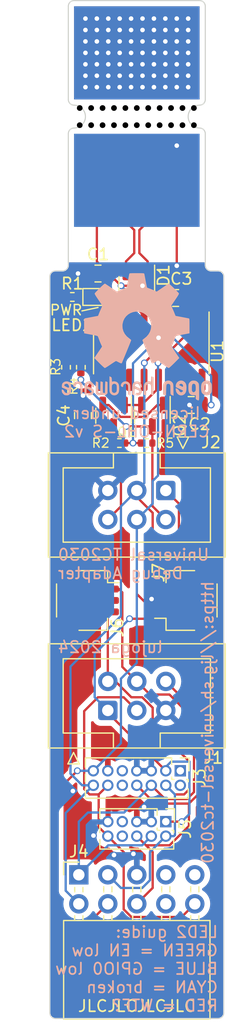
<source format=kicad_pcb>
(kicad_pcb (version 20221018) (generator pcbnew)

  (general
    (thickness 1.6)
  )

  (paper "A4")
  (layers
    (0 "F.Cu" signal)
    (31 "B.Cu" signal)
    (32 "B.Adhes" user "B.Adhesive")
    (33 "F.Adhes" user "F.Adhesive")
    (34 "B.Paste" user)
    (35 "F.Paste" user)
    (36 "B.SilkS" user "B.Silkscreen")
    (37 "F.SilkS" user "F.Silkscreen")
    (38 "B.Mask" user)
    (39 "F.Mask" user)
    (40 "Dwgs.User" user "User.Drawings")
    (41 "Cmts.User" user "User.Comments")
    (42 "Eco1.User" user "User.Eco1")
    (43 "Eco2.User" user "User.Eco2")
    (44 "Edge.Cuts" user)
    (45 "Margin" user)
    (46 "B.CrtYd" user "B.Courtyard")
    (47 "F.CrtYd" user "F.Courtyard")
    (48 "B.Fab" user)
    (49 "F.Fab" user)
    (50 "User.1" user)
    (51 "User.2" user)
    (52 "User.3" user)
    (53 "User.4" user)
    (54 "User.5" user)
    (55 "User.6" user)
    (56 "User.7" user)
    (57 "User.8" user)
    (58 "User.9" user)
  )

  (setup
    (stackup
      (layer "F.SilkS" (type "Top Silk Screen") (color "White"))
      (layer "F.Paste" (type "Top Solder Paste"))
      (layer "F.Mask" (type "Top Solder Mask") (color "Purple") (thickness 0.01))
      (layer "F.Cu" (type "copper") (thickness 0.035))
      (layer "dielectric 1" (type "core") (color "FR4 natural") (thickness 1.51) (material "FR4") (epsilon_r 4.5) (loss_tangent 0.02))
      (layer "B.Cu" (type "copper") (thickness 0.035))
      (layer "B.Mask" (type "Bottom Solder Mask") (color "Purple") (thickness 0.01))
      (layer "B.Paste" (type "Bottom Solder Paste"))
      (layer "B.SilkS" (type "Bottom Silk Screen") (color "White"))
      (copper_finish "HAL lead-free")
      (dielectric_constraints no)
    )
    (pad_to_mask_clearance 0)
    (pcbplotparams
      (layerselection 0x00010fc_ffffffff)
      (plot_on_all_layers_selection 0x0000000_00000000)
      (disableapertmacros false)
      (usegerberextensions false)
      (usegerberattributes true)
      (usegerberadvancedattributes true)
      (creategerberjobfile true)
      (dashed_line_dash_ratio 12.000000)
      (dashed_line_gap_ratio 3.000000)
      (svgprecision 4)
      (plotframeref false)
      (viasonmask false)
      (mode 1)
      (useauxorigin false)
      (hpglpennumber 1)
      (hpglpenspeed 20)
      (hpglpendiameter 15.000000)
      (dxfpolygonmode true)
      (dxfimperialunits true)
      (dxfusepcbnewfont true)
      (psnegative false)
      (psa4output false)
      (plotreference true)
      (plotvalue true)
      (plotinvisibletext false)
      (sketchpadsonfab false)
      (subtractmaskfromsilk false)
      (outputformat 1)
      (mirror false)
      (drillshape 1)
      (scaleselection 1)
      (outputdirectory "")
    )
  )

  (net 0 "")
  (net 1 "VBUS")
  (net 2 "GND")
  (net 3 "+3V3")
  (net 4 "/EN")
  (net 5 "/D-")
  (net 6 "/D+")
  (net 7 "VDD")
  (net 8 "/nRST")
  (net 9 "/SWDIO")
  (net 10 "/SWCLK")
  (net 11 "/SWO")
  (net 12 "/RX")
  (net 13 "/BOOT")
  (net 14 "/TX")
  (net 15 "Net-(LED1-K)")
  (net 16 "unconnected-(LED2-RK-Pad1)")
  (net 17 "Net-(LED2-BK)")
  (net 18 "Net-(LED2-GK)")
  (net 19 "/DTR")
  (net 20 "/RTS")
  (net 21 "unconnected-(U1-NC-Pad7)")
  (net 22 "unconnected-(U1-~{OUT}{slash}~{DTR}-Pad8)")
  (net 23 "unconnected-(U1-~{CTS}-Pad9)")
  (net 24 "unconnected-(U1-~{DSR}-Pad10)")
  (net 25 "unconnected-(U1-~{RI}-Pad11)")
  (net 26 "unconnected-(U1-~{DCD}-Pad12)")
  (net 27 "unconnected-(U1-R232-Pad15)")
  (net 28 "unconnected-(J3-NC-Pad1)")
  (net 29 "unconnected-(J3-NC-Pad2)")
  (net 30 "unconnected-(J3-JRCLK{slash}NC-Pad9)")
  (net 31 "unconnected-(J3-JTDI{slash}NC-Pad10)")
  (net 32 "unconnected-(J4-Pin_9-Pad9)")
  (net 33 "unconnected-(J4-Pin_8-Pad8)")
  (net 34 "unconnected-(J4-Pin_7-Pad7)")
  (net 35 "unconnected-(J5-KEY-Pad7)")
  (net 36 "unconnected-(J5-NC{slash}TDI-Pad8)")
  (net 37 "unconnected-(J6-MountPin-PadMP)")
  (net 38 "unconnected-(J7-MountPin-PadMP)")

  (footprint "Package_SO:SOIC-16_3.9x9.9mm_P1.27mm" (layer "F.Cu") (at 151.27 69.55 -90))

  (footprint "Package_TO_SOT_SMD:SOT-23" (layer "F.Cu") (at 151.365 75.17 -90))

  (footprint "PCM_kikit:NPTH" (layer "F.Cu") (at 154 49.75))

  (footprint "Resistor_SMD:R_0402_1005Metric" (layer "F.Cu") (at 150.855 77.56))

  (footprint "Capacitor_SMD:C_0805_2012Metric" (layer "F.Cu") (at 154.765 74.23 180))

  (footprint "Package_TO_SOT_SMD:SOT-23" (layer "F.Cu") (at 147.965 75.17 -90))

  (footprint "PCM_kikit:NPTH" (layer "F.Cu") (at 150 49.75))

  (footprint "PCM_kikit:NPTH" (layer "F.Cu") (at 155 49.75))

  (footprint "PCM_kikit:NPTH" (layer "F.Cu") (at 154 48.25))

  (footprint "PCM_kikit:NPTH" (layer "F.Cu") (at 150 48.25))

  (footprint "Connector_PinHeader_1.27mm:PinHeader_2x07_P1.27mm_Vertical" (layer "F.Cu") (at 153.81 106.23 -90))

  (footprint "universal-tc2030:LED_MEIHUA_MHPA1515RGBDT" (layer "F.Cu") (at 144.45 68.75 180))

  (footprint "Resistor_SMD:R_0402_1005Metric" (layer "F.Cu") (at 145.1 70.93 90))

  (footprint "PCM_kikit:NPTH" (layer "F.Cu") (at 151 48.25))

  (footprint "PCM_kikit:NPTH" (layer "F.Cu") (at 147 49.75))

  (footprint "LED_SMD:LED_0603_1608Metric" (layer "F.Cu") (at 146.7625 64.78))

  (footprint "Connector_IDC:IDC-Header_2x03_P2.54mm_Vertical" (layer "F.Cu") (at 147.46 100.95 90))

  (footprint "PCM_kikit:NPTH" (layer "F.Cu") (at 149 49.75))

  (footprint "PCM_kikit:NPTH" (layer "F.Cu") (at 152 48.25))

  (footprint "PCM_kikit:NPTH" (layer "F.Cu") (at 148 49.75))

  (footprint "Connector_JST:JST_SH_SM03B-SRSS-TB_1x03-1MP_P1.00mm_Horizontal" (layer "F.Cu") (at 145.655 91.33 -90))

  (footprint "PCM_kikit:NPTH" (layer "F.Cu") (at 151 49.75))

  (footprint "Resistor_SMD:R_0402_1005Metric" (layer "F.Cu") (at 148.475 77.56 180))

  (footprint "Connector_PinHeader_1.27mm:PinHeader_2x05_P1.27mm_Vertical" (layer "F.Cu") (at 152.54 110.68 -90))

  (footprint "universal-tc2030:USB_A_Plug_PCB" (layer "F.Cu") (at 150 50))

  (footprint "PCM_kikit:NPTH" (layer "F.Cu") (at 152 49.75))

  (footprint "PCM_kikit:NPTH" (layer "F.Cu") (at 148 48.25))

  (footprint "PCM_kikit:NPTH" (layer "F.Cu") (at 145 48.25))

  (footprint "Resistor_SMD:R_0402_1005Metric" (layer "F.Cu") (at 144.3525 64.78 180))

  (footprint "Resistor_SMD:R_0402_1005Metric" (layer "F.Cu") (at 143.8 70.93 90))

  (footprint "PCM_kikit:NPTH" (layer "F.Cu") (at 145 49.75))

  (footprint "Connector_IDC:IDC-Header_2x03_P2.54mm_Vertical" (layer "F.Cu") (at 152.54 81.71 -90))

  (footprint "PCM_kikit:NPTH" (layer "F.Cu") (at 155 48.25))

  (footprint "Package_TO_SOT_SMD:SOT-23-6" (layer "F.Cu") (at 150 63.8 -90))

  (footprint "Connector_PinSocket_2.54mm:PinSocket_2x05_P2.54mm_Horizontal" (layer "F.Cu") (at 144.92 115.33 90))

  (footprint "PCM_kikit:NPTH" (layer "F.Cu") (at 146 49.75))

  (footprint "Capacitor_SMD:C_0805_2012Metric" (layer "F.Cu") (at 145.285 75.1575 90))

  (footprint "Capacitor_SMD:C_0805_2012Metric" (layer "F.Cu") (at 153.4 64.87))

  (footprint "PCM_kikit:NPTH" (layer "F.Cu") (at 147 48.25))

  (footprint "PCM_kikit:NPTH" (layer "F.Cu") (at 149 48.25))

  (footprint "PCM_kikit:NPTH" (layer "F.Cu") (at 153 48.25))

  (footprint "PCM_kikit:NPTH" (layer "F.Cu") (at 146 48.25))

  (footprint "PCM_kikit:NPTH" (layer "F.Cu") (at 153 49.75))

  (footprint "Connector_JST:JST_SH_SM03B-SRSS-TB_1x03-1MP_P1.00mm_Horizontal" (layer "F.Cu") (at 154.345 91.33 90))

  (footprint "Capacitor_SMD:C_0805_2012Metric" (layer "F.Cu") (at 146.6 62.73 180))

  (footprint "Symbol:OSHW-Logo2_14.6x12mm_SilkScreen" (layer "B.Cu") (at 150 68.25 180))

  (gr_rect (start 144.5 39.35) (end 155.5 47.5)
    (stroke (width 0) (type solid)) (fill solid) (layer "F.Cu") (tstamp a436a220-5a12-4e8d-932a-95cdd78b6c57))
  (gr_rect (start 144.5 39.35) (end 155.5 47.5)
    (stroke (width 0) (type solid)) (fill solid) (layer "B.Cu") (tstamp ff1a2ede-cce1-47f9-8b40-1cb605a47f1d))
  (gr_line (start 145.2 66) (end 146.6 65.7)
    (stroke (width 0.12) (type default)) (layer "F.SilkS") (tstamp 64bb62af-e92c-40ba-9409-8ba3f01b4ac3))
  (gr_rect (start 144.5 39.35) (end 155.5 47.5)
    (stroke (width 0) (type solid)) (fill solid) (layer "B.Mask") (tstamp f025ce97-1fff-4c4f-9f37-917dfd649d42))
  (gr_rect (start 144.5 39.35) (end 155.5 47.5)
    (stroke (width 0) (type solid)) (fill solid) (layer "F.Mask") (tstamp 6703f8dd-a841-4fd7-ad5c-5f41566c947c))
  (gr_arc (start 144.5 48) (mid 145.5 49) (end 144.5 50)
    (stroke (width 0.1) (type default)) (layer "Edge.Cuts") (tstamp 10b5ef79-d10f-4c7d-8238-38d981af8e45))
  (gr_arc (start 144 62) (mid 143.853553 62.353553) (end 143.5 62.5)
    (stroke (width 0.1) (type default)) (layer "Edge.Cuts") (tstamp 1137ed55-157d-42dd-9077-eed9d54642d6))
  (gr_line (start 142.88 127.9) (end 157.12 127.9)
    (stroke (width 0.1) (type default)) (layer "Edge.Cuts") (tstamp 238db119-52bc-4a3f-ad6c-823ec909b1be))
  (gr_arc (start 155.5 50) (mid 155.853553 50.146447) (end 156 50.5)
    (stroke (width 0.1) (type default)) (layer "Edge.Cuts") (tstamp 245a3d54-6175-42ac-bd95-f46fcbb18562))
  (gr_line (start 142.38 63) (end 142.38 127.4)
    (stroke (width 0.1) (type default)) (layer "Edge.Cuts") (tstamp 266c4853-6ca4-4348-82c3-31fe516ef978))
  (gr_line (start 144 39.35) (end 144 47.5)
    (stroke (width 0.1) (type default)) (layer "Edge.Cuts") (tstamp 3119cfcb-01ad-4472-a49f-de70b6f12069))
  (gr_line (start 144.5 38.85) (end 155.5 38.85)
    (stroke (width 0.1) (type default)) (layer "Edge.Cuts") (tstamp 37d877ec-89f1-45f2-add4-2ef7c9317a60))
  (gr_line (start 156 39.35) (end 156 47.5)
    (stroke (width 0.1) (type default)) (layer "Edge.Cuts") (tstamp 391ba81e-ccb0-4dc7-bb09-d4cb5316bbd3))
  (gr_line (start 156.5 62.5) (end 157.12 62.5)
    (stroke (width 0.1) (type default)) (layer "Edge.Cuts") (tstamp 4b680e18-702e-4c4d-b2dd-4545c2d90900))
  (gr_arc (start 142.38 63) (mid 142.526447 62.646447) (end 142.88 62.5)
    (stroke (width 0.1) (type default)) (layer "Edge.Cuts") (tstamp 4baae283-3dbf-448e-9953-e6ab89b513ee))
  (gr_arc (start 142.88 127.9) (mid 142.526447 127.753553) (end 142.38 127.4)
    (stroke (width 0.1) (type default)) (layer "Edge.Cuts") (tstamp 6c442bb2-9251-4e62-a49a-a81c7c15cafc))
  (gr_arc (start 156 47.5) (mid 155.853553 47.853553) (end 155.5 48)
    (stroke (width 0.1) (type default)) (layer "Edge.Cuts") (tstamp 6d1d6a36-fe65-4269-a093-77537d5ea0d1))
  (gr_arc (start 144 50.5) (mid 144.146447 50.146447) (end 144.5 50)
    (stroke (width 0.1) (type default)) (layer "Edge.Cuts") (tstamp 6e328b7b-83d6-4cb4-ab65-c51b2b2c6030))
  (gr_line (start 144 62) (end 144 50.5)
    (stroke (width 0.1) (type default)) (layer "Edge.Cuts") (tstamp 6ece47aa-83df-4d1d-8669-6db382bcaaa7))
  (gr_arc (start 144 39.35) (mid 144.146447 38.996447) (end 144.5 38.85)
    (stroke (width 0.1) (type default)) (layer "Edge.Cuts") (tstamp 7e5e11a3-bc8a-4650-8cd0-40b4b4c90ec9))
  (gr_arc (start 157.62 127.4) (mid 157.473553 127.753553) (end 157.12 127.9)
    (stroke (width 0.1) (type default)) (layer "Edge.Cuts") (tstamp 88831f43-38a1-47d9-b807-990f0d8f385f))
  (gr_line (start 157.62 63) (end 157.62 127.4)
    (stroke (width 0.1) (type default)) (layer "Edge.Cuts") (tstamp 9d90a266-0141-4f7a-b80f-777c7b5dfa96))
  (gr_arc (start 155.5 38.85) (mid 155.853553 38.996447) (end 156 39.35)
    (stroke (width 0.1) (type default)) (layer "Edge.Cuts") (tstamp ae65d611-8d15-4167-b72f-5709827dff73))
  (gr_line (start 156 50.5) (end 156 62)
    (stroke (width 0.1) (type default)) (layer "Edge.Cuts") (tstamp b5624338-e64b-4a52-a4eb-7f7998fb3635))
  (gr_line (start 143.5 62.5) (end 142.88 62.5)
    (stroke (width 0.1) (type default)) (layer "Edge.Cuts") (tstamp b9f40f3f-6117-46f3-92e7-7f5636f4d2c1))
  (gr_arc (start 157.12 62.5) (mid 157.473553 62.646447) (end 157.62 63)
    (stroke (width 0.1) (type default)) (layer "Edge.Cuts") (tstamp ee402a6b-ee8e-4ff0-985a-391629ad7c80))
  (gr_arc (start 144.5 48) (mid 144.146447 47.853553) (end 144 47.5)
    (stroke (width 0.1) (type default)) (layer "Edge.Cuts") (tstamp f3697013-5f0b-46df-81e5-e533249733b8))
  (gr_arc (start 156.5 62.5) (mid 156.146447 62.353553) (end 156 62)
    (stroke (width 0.1) (type default)) (layer "Edge.Cuts") (tstamp f794b8f5-7dfd-4e05-8228-79f07fad127f))
  (gr_arc (start 155.5 50) (mid 154.5 49) (end 155.5 48)
    (stroke (width 0.1) (type default)) (layer "Edge.Cuts") (tstamp f9c3fb7f-050b-42c3-b738-d6dcd22ce604))
  (gr_text "LED2 guide:\nGREEN = EN low\nBLUE = GPIO0 low\nCYAN = broken\nRED = WTF?" (at 157.2 119.75) (layer "B.SilkS") (tstamp 219e7feb-ccfc-4c4b-a4a7-e66cfd61c86b)
    (effects (font (size 1 1) (thickness 0.15)) (justify left top mirror))
  )
  (gr_text "licensed under\nCERN-OHL-S v2" (at 150 75.75) (layer "B.SilkS") (tstamp 4bb3adfe-b7aa-4788-a1cd-3ec8a2faaa01)
    (effects (font (size 1 1) (thickness 0.15)) (justify mirror))
  )
  (gr_text "lujoga 2024" (at 143 96) (layer "B.SilkS") (tstamp 8d330921-b241-456e-8992-fd912c1332fd)
    (effects (font (size 1 1) (thickness 0.15)) (justify right bottom mirror))
  )
  (gr_text "https://ljg.sh/universal-tc2030" (at 156.8 102 90) (layer "B.SilkS") (tstamp a0ff3128-07b1-42d7-851d-7635e7009af5)
    (effects (font (size 1 1) (thickness 0.15)) (justify bottom mirror))
  )
  (gr_text "Universal TC2030\nDebug Adapter" (at 143 86.75) (layer "B.SilkS") (tstamp a71120df-e451-4892-b847-48d49ea2c5a4)
    (effects (font (size 1 1) (thickness 0.15)) (justify right top mirror))
  )
  (gr_text "JLCJLCJLCJLC" (at 150 127.4) (layer "F.SilkS") (tstamp 30a1e42b-60e5-45bb-8e91-b81632356dcf)
    (effects (font (size 1 1) (thickness 0.15)) (justify bottom))
  )
  (gr_text "PWR" (at 142.3 65.4) (layer "F.SilkS") (tstamp 6d9f8d7d-f7c4-489b-a8d0-27a943cd1d42)
    (effects (font (size 0.9 0.9) (thickness 0.135)) (justify left top))
  )

  (via (at 150.5 44.425) (size 0.6) (drill 0.4) (layers "F.Cu" "B.Cu") (net 0) (tstamp 01d1dd02-15dc-4895-b203-1a3f66486f1a))
  (via (at 149.5 40.425) (size 0.6) (drill 0.4) (layers "F.Cu" "B.Cu") (net 0) (tstamp 049aed59-35ac-428d-83a7-5ce0df59aebf))
  (via (at 150.5 46.425) (size 0.6) (drill 0.4) (layers "F.Cu" "B.Cu") (net 0) (tstamp 05fa0c29-566c-426c-b773-74b0e2555aa7))
  (via (at 145.5 41.425) (size 0.6) (drill 0.4) (layers "F.Cu" "B.Cu") (net 0) (tstamp 072976a8-29a4-4f20-b9c8-11cd20c2d5b9))
  (via (at 152.5 40.425) (size 0.6) (drill 0.4) (layers "F.Cu" "B.Cu") (net 0) (tstamp 0b3831be-dd31-4476-a9e0-b6c0a3592463))
  (via (at 149.5 44.425) (size 0.6) (drill 0.4) (layers "F.Cu" "B.Cu") (net 0) (tstamp 0c98d1c2-cd64-428f-86d1-c25fad8decfc))
  (via (at 153.5 42.425) (size 0.6) (drill 0.4) (layers "F.Cu" "B.Cu") (net 0) (tstamp 0ff98ffa-51a9-4c5d-be0a-792784213963))
  (via (at 153.5 46.425) (size 0.6) (drill 0.4) (layers "F.Cu" "B.Cu") (net 0) (tstamp 11d1c93e-ec3c-4009-affe-bd75a7a97589))
  (via (at 153.5 44.425) (size 0.6) (drill 0.4) (layers "F.Cu" "B.Cu") (net 0) (tstamp 17a3ecef-99fa-483a-a9ba-34553ac54a68))
  (via (at 147.5 44.425) (size 0.6) (drill 0.4) (layers "F.Cu" "B.Cu") (net 0) (tstamp 217321d9-af96-4c21-b63f-47ed7769a7c8))
  (via (at 150.5 41.425) (size 0.6) (drill 0.4) (layers "F.Cu" "B.Cu") (net 0) (tstamp 238055bd-35d1-44fc-98ed-50c93644884c))
  (via (at 153.5 43.425) (size 0.6) (drill 0.4) (layers "F.Cu" "B.Cu") (net 0) (tstamp 2dba2062-8f85-40fa-a010-7ee52793072a))
  (via (at 148.5 46.425) (size 0.6) (drill 0.4) (layers "F.Cu" "B.Cu") (net 0) (tstamp 2e940c98-7fb5-4537-923c-34ef2361c410))
  (via (at 151.5 45.425) (size 0.6) (drill 0.4) (layers "F.Cu" "B.Cu") (net 0) (tstamp 30d0966b-3f7c-4c36-acc3-a8bfce21ea42))
  (via (at 152.5 46.425) (size 0.6) (drill 0.4) (layers "F.Cu" "B.Cu") (net 0) (tstamp 3144c68a-50ed-4133-9ccf-294414089993))
  (via (at 154.5 42.425) (size 0.6) (drill 0.4) (layers "F.Cu" "B.Cu") (net 0) (tstamp 34f9a7e2-8df9-4628-8b70-d0a68d266da9))
  (via (at 153.5 40.425) (size 0.6) (drill 0.4) (layers "F.Cu" "B.Cu") (net 0) (tstamp 38201066-5525-40e2-bb05-d30c02407f86))
  (via (at 149.5 43.425) (size 0.6) (drill 0.4) (layers "F.Cu" "B.Cu") (net 0) (tstamp 3aea25b0-cee8-4f3d-a777-4009b41bd9f9))
  (via (at 146.5 44.425) (size 0.6) (drill 0.4) (layers "F.Cu" "B.Cu") (net 0) (tstamp 3e8b8ac9-4088-4a00-aadc-ea2bb1885ed0))
  (via (at 153.5 45.425) (size 0.6) (drill 0.4) (layers "F.Cu" "B.Cu") (net 0) (tstamp 3f9a1e24-ab18-46d0-a24e-9d4ff009bbc8))
  (via (at 154.5 41.425) (size 0.6) (drill 0.4) (layers "F.Cu" "B.Cu") (net 0) (tstamp 4c53ff91-33c3-4f71-bb56-0145bff0154d))
  (via (at 150.5 45.425) (size 0.6) (drill 0.4) (layers "F.Cu" "B.Cu") (net 0) (tstamp 550922cd-1c31-467d-8dec-daabae6fcc33))
  (via (at 148.5 40.425) (size 0.6) (drill 0.4) (layers "F.Cu" "B.Cu") (net 0) (tstamp 561bb709-da39-499b-8483-24571ac7923b))
  (via (at 149.5 46.425) (size 0.6) (drill 0.4) (layers "F.Cu" "B.Cu") (net 0) (tstamp 5be28db3-b51d-48df-a40c-745c3916f4fe))
  (via (at 149.5 42.425) (size 0.6) (drill 0.4) (layers "F.Cu" "B.Cu") (net 0) (tstamp 6017a608-cee5-4d2d-b1af-0b38dd0d3b32))
  (via (at 154.5 44.425) (size 0.6) (drill 0.4) (layers "F.Cu" "B.Cu") (net 0) (tstamp 64d7a0a4-aa79-4e68-9ad9-3fb8f379f528))
  (via (at 147.5 45.425) (size 0.6) (drill 0.4) (layers "F.Cu" "B.Cu") (net 0) (tstamp 6862125b-6654-414e-8bb0-9f1129af0fc2))
  (via (at 145.5 46.425) (size 0.6) (drill 0.4) (layers "F.Cu" "B.Cu") (net 0) (tstamp 71beb8c1-4c8c-4317-a585-5fe3912d8730))
  (via (at 154.5 45.425) (size 0.6) (drill 0.4) (layers "F.Cu" "B.Cu") (net 0) (tstamp 7721ebc1-be59-4217-800f-880e27031f05))
  (via (at 148.5 42.425) (size 0.6) (drill 0.4) (layers "F.Cu" "B.Cu") (net 0) (tstamp 7a95719f-cd40-417e-a25e-94bb1583eabe))
  (via (at 154.5 43.425) (size 0.6) (drill 0.4) (layers "F.Cu" "B.Cu") (net 0) (tstamp 81826396-9d85-45b2-ad75-9ca66b617a83))
  (via (at 147.5 40.425) (size 0.6) (drill 0.4) (layers "F.Cu" "B.Cu") (net 0) (tstamp 87fb3f64-5eef-4f1a-9987-f0b320f99509))
  (via (at 145.5 43.425) (size 0.6) (drill 0.4) (layers "F.Cu" "B.Cu") (net 0) (tstamp 8d46273a-8f0e-4332-8cfc-5b43e9f6e277))
  (via (at 152.5 43.425) (size 0.6) (drill 0.4) (layers "F.Cu" "B.Cu") (net 0) (tstamp 8f49bfb3-70e7-455f-a68b-a905d6ae3756))
  (via (at 146.5 42.425) (size 0.6) (drill 0.4) (layers "F.Cu" "B.Cu") (net 0) (tstamp 91a44612-10a1-4088-9f54-932bc8e0382c))
  (via (at 152.5 41.425) (size 0.6) (drill 0.4) (layers "F.Cu" "B.Cu") (net 0) (tstamp 91b56d98-88dc-43fd-912c-e5e31c356679))
  (via (at 146.5 41.425) (size 0.6) (drill 0.4) (layers "F.Cu" "B.Cu") (net 0) (tstamp 933d388a-7082-4525-b70d-2cb54906235c))
  (via (at 146.5 46.425) (size 0.6) (drill 0.4) (layers "F.Cu" "B.Cu") (net 0) (tstamp 952ef4ef-0bdd-4f63-9bd9-98c8612e0e59))
  (via (at 152.5 42.425) (size 0.6) (drill 0.4) (layers "F.Cu" "B.Cu") (net 0) (tstamp 99e7d554-4d38-4658-b0b6-9ae9331e3ed5))
  (via (at 154.5 46.425) (size 0.6) (drill 0.4) (layers "F.Cu" "B.Cu") (net 0) (tstamp a4ae9ccc-653e-4cd7-903d-8250cb1051ea))
  (via (at 145.5 44.425) (size 0.6) (drill 0.4) (layers "F.Cu" "B.Cu") (net 0) (tstamp a5fc3fa4-e5aa-4f94-ab70-7a5c766fe4bf))
  (via (at 146.5 43.425) (size 0.6) (drill 0.4) (layers "F.Cu" "B.Cu") (net 0) (tstamp a6c4613b-a0bb-40c3-9241-cd6549ed37fb))
  (via (at 148.5 43.425) (size 0.6) (drill 0.4) (layers "F.Cu" "B.Cu") (net 0) (tstamp a9281faa-e75d-412b-b809-383c6e1ddc33))
  (via (at 145.5 40.425) (size 0.6) (drill 0.4) (layers "F.Cu" "B.Cu") (net 0) (tstamp acfda476-665b-4944-9b45-2a14ed682c3a))
  (via (at 149.5 45.425) (size 0.6) (drill 0.4) (layers "F.Cu" "B.Cu") (net 0) (tstamp b03ca085-de16-4413-9b4b-213f87937e64))
  (via (at 151.5 41.425) (size 0.6) (drill 0.4) (layers "F.Cu" "B.Cu") (net 0) (tstamp b11868c2-6117-4157-8e9c-e34d1dacc6f0))
  (via (at 151.5 42.425) (size 0.6) (drill 0.4) (layers "F.Cu" "B.Cu") (net 0) (tstamp b4c020a9-5234-4456-8690-4c28e8fdef8c))
  (via (at 148.5 41.425) (size 0.6) (drill 0.4) (layers "F.Cu" "B.Cu") (net 0) (tstamp b512664a-f61d-4090-92da-4044ede121c4))
  (via (at 146.5 45.425) (size 0.6) (drill 0.4) (layers "F.Cu" "B.Cu") (net 0) (tstamp be51e7cf-e6ab-4ee5-85e6-c6bb5b09cb73))
  (via (at 147.5 43.425) (size 0.6) (drill 0.4) (layers "F.Cu" "B.Cu") (net 0) (tstamp becd0e58-5ab8-4580-9771-93e332bb7e0c))
  (via (at 152.5 44.425) (size 0.6) (drill 0.4) (layers "F.Cu" "B.Cu") (net 0) (tstamp c17d57e3-445e-42db-b1f7-e08e08e51460))
  (via (at 154.5 40.425) (size 0.6) (drill 0.4) (layers "F.Cu" "B.Cu") (net 0) (tstamp c6c18c68-4f18-4033-afef-01501cb93d44))
  (via (at 148.5 44.425) (size 0.6) (drill 0.4) (layers "F.Cu" "B.Cu") (net 0) (tstamp c76fc5a2-7b3c-4660-8cd9-d413b612f8f8))
  (via (at 151.5 44.425) (size 0.6) (drill 0.4) (layers "F.Cu" "B.Cu") (net 0) (tstamp d0e8db15-2b8e-4bec-8a13-fd6727084b4d))
  (via (at 147.5 41.425) (size 0.6) (drill 0.4) (layers "F.Cu" "B.Cu") (net 0) (tstamp d43778e6-1c48-4cce-9c1b-11ef884b4cf4))
  (via (at 153.5 41.425) (size 0.6) (drill 0.4) (layers "F.Cu" "B.Cu") (net 0) (tstamp d4f81193-7069-4bd0-bebe-7b013e61c3e6))
  (via (at 148.5 45.425) (size 0.6) (drill 0.4) (layers "F.Cu" "B.Cu") (net 0) (tstamp d83e4edf-3bf3-406e-b92f-9dfa28b239ef))
  (via (at 147.5 46.425) (size 0.6) (drill 0.4) (layers "F.Cu" "B.Cu") (net 0) (tstamp d86670f0-3efb-42f2-843d-aa2ace0d3fb9))
  (via (at 150.5 43.425) (size 0.6) (drill 0.4) (layers "F.Cu" "B.Cu") (net 0) (tstamp dc7a2a6e-2e6a-45bc-8663-6154f6f52eee))
  (via (at 147.5 42.425) (size 0.6) (drill 0.4) (layers "F.Cu" "B.Cu") (net 0) (tstamp e665e8a9-baf5-40f6-91e9-45c6e4dd7a85))
  (via (at 151.5 40.425) (size 0.6) (drill 0.4) (layers "F.Cu" "B.Cu") (net 0) (tstamp eea3e0bd-a555-4089-ad99-a13429d77e9c))
  (via (at 149.5 41.425) (size 0.6) (drill 0.4) (layers "F.Cu" "B.Cu") (net 0) (tstamp ef1719cb-09ba-4059-838d-75b8d47e5deb))
  (via (at 146.5 40.425) (size 0.6) (drill 0.4) (layers "F.Cu" "B.Cu") (net 0) (tstamp ef5db9fa-09f6-4055-a957-f1955338d276))
  (via (at 150.5 40.425) (size 0.6) (drill 0.4) (layers "F.Cu" "B.Cu") (net 0) (tstamp f1e9c780-bdc3-42da-b69b-3199688d9e8a))
  (via (at 151.5 43.425) (size 0.6) (drill 0.4) (layers "F.Cu" "B.Cu") (net 0) (tstamp f23558eb-96e9-436d-bcd2-bafdc2586682))
  (via (at 145.5 42.425) (size 0.6) (drill 0.4) (layers "F.Cu" "B.Cu") (net 0) (tstamp f2ea5331-9a1d-4d37-a77f-252d39785647))
  (via (at 152.5 45.425) (size 0.6) (drill 0.4) (layers "F.Cu" "B.Cu") (net 0) (tstamp f39191f4-48ba-44c8-be47-6a83d0a71bcb))
  (via (at 145.5 45.425) (size 0.6) (drill 0.4) (layers "F.Cu" "B.Cu") (net 0) (tstamp f3af6cfc-08f1-404f-a63c-209733dd1127))
  (via (at 150.5 42.425) (size 0.6) (drill 0.4) (layers "F.Cu" "B.Cu") (net 0) (tstamp f8631b9e-56cc-4115-bd67-720072420385))
  (via (at 151.5 46.425) (size 0.6) (drill 0.4) (layers "F.Cu" "B.Cu") (net 0) (tstamp f9180e21-8c1c-46a9-8f5f-48c24aba98c3))
  (segment (start 150 64.275001) (end 149.524999 63.8) (width 0.2) (layer "F.Cu") (net 1) (tstamp 26a93136-a220-4f5b-9665-7812748f3356))
  (segment (start 149.524999 63.8) (end 148.62 63.8) (width 0.2) (layer "F.Cu") (net 1) (tstamp 6dc28fdb-d32f-4c3e-9687-e423a9fad406))
  (segment (start 155.715 74.23) (end 155.715 72.025) (width 0.2) (layer "F.Cu") (net 1) (tstamp 86bcbf14-dc2d-4b1e-b143-dce1ed1ebd65))
  (segment (start 147.55 62.73) (end 147.55 64.78) (width 0.2) (layer "F.Cu") (net 1) (tstamp add89c28-0d1a-4bd8-a5e7-2544a6896c75))
  (segment (start 147.55 62.73) (end 148.62 63.8) (width 0.2) (layer "F.Cu") (net 1) (tstamp b599a779-0389-4ed0-a85b-a9a8b3d493d6))
  (segment (start 150 64.9375) (end 150 64.275001) (width 0.2) (layer "F.Cu") (net 1) (tstamp c171432e-a77b-4622-b340-dd126439ce07))
  (segment (start 146.5 54.945) (end 146.5 61.68) (width 0.2) (layer "F.Cu") (net 1) (tstamp f3c09858-d78c-4bd7-b646-31b5b1829b4b))
  (segment (start 146.5 61.68) (end 147.55 62.73) (width 0.2) (layer "F.Cu") (net 1) (tstamp f86e80a3-9001-405b-bf35-57c2e65a2173))
  (segment (start 156.515 74.23) (end 155.715 74.23) (width 0.2) (layer "F.Cu") (net 1) (tstamp fd08915d-5abb-4a4c-8c2f-f5f0c21b181e))
  (via (at 156.515 74.23) (size 0.6) (drill 0.4) (layers "F.Cu" "B.Cu") (net 1) (tstamp 5ac93801-d87f-4f18-91f6-ec828c1bd60f))
  (via (at 148.62 63.8) (size 0.6) (drill 0.4) (layers "F.Cu" "B.Cu") (net 1) (tstamp cf817472-6197-4e8a-97c9-32907e31d547))
  (segment (start 156.515 71.695) (end 156.515 74.23) (width 0.2) (layer "B.Cu") (net 1) (tstamp 5c33e6b4-1d81-4419-8ced-9a4b1d315c4f))
  (segment (start 148.62 63.8) (end 156.515 71.695) (width 0.2) (layer "B.Cu") (net 1) (tstamp 73c3f00a-983e-429a-b36f-8b707335c694))
  (segment (start 151.41853 91.33) (end 151.294265 91.205735) (width 0.2) (layer "F.Cu") (net 2) (tstamp 1260e5d4-74ff-48a4-99f6-a81568172afe))
  (segment (start 145.285 74.2075) (end 145.285 73.4075) (width 0.2) (layer "F.Cu") (net 2) (tstamp 38eb4c7e-2669-4aca-95e3-2e0fa6f8f0f6))
  (segment (start 154.615 74.23) (end 153.815 74.23) (width 0.2) (layer "F.Cu") (net 2) (tstamp 4bf9fad6-2d8b-4285-b060-afeeea37617c))
  (segment (start 150 62.6625) (end 150 63.3) (width 0.2) (layer "F.Cu") (net 2) (tstamp 551e607e-6dad-4a9b-9d8f-98013f065a95))
  (segment (start 150 63.3) (end 150.5 63.8) (width 0.2) (layer "F.Cu") (net 2) (tstamp 8bc4b982-b8b6-4536-8a1a-b1e45c7a546d))
  (segment (start 153.5 54.945) (end 153.5 62.05) (width 0.2) (layer "F.Cu") (net 2) (tstamp b902053e-73f0-4044-929e-94d5de96b4b9))
  (segment (start 144.85 62.73) (end 145.65 62.73) (width 0.2) (layer "F.Cu") (net 2) (tstamp d2a9348c-353a-4aab-bb69-e16e47ed1f05))
  (segment (start 152.345 91.33) (end 151.41853 91.33) (width 0.2) (layer "F.Cu") (net 2) (tstamp f024ef46-85e1-4bbf-a012-9ef40c0faea0))
  (via (at 151.294265 91.205735) (size 0.6) (drill 0.4) (layers "F.Cu" "B.Cu") (net 2) (tstamp 1aa2d012-0c59-4199-a553-c9d50e4fffba))
  (via (at 150.635 109.4) (size 0.6) (drill 0.4) (layers "F.Cu" "B.Cu") (free) (net 2) (tstamp 500cada9-9081-4acf-aae2-d400d4752c07))
  (via (at 153.5 62.05) (size 0.6) (drill 0.4) (layers "F.Cu" "B.Cu") (free) (net 2) (tstamp 604e262a-89b3-4af5-b17a-267b1a50a968))
  (via (at 144.4 108) (size 0.6) (drill 0.4) (layers "F.Cu" "B.Cu") (free) (net 2) (tstamp 67f19215-87cd-40ae-8572-8711bd04952a))
  (via (at 144.85 62.73) (size 0.6) (drill 0.4) (layers "F.Cu" "B.Cu") (free) (net 2) (tstamp 6eb9a980-18a7-4ab2-aad8-39214872eb96))
  (via (at 150.5 63.8) (size 0.6) (drill 0.4) (layers "F.Cu" "B.Cu") (net 2) (tstamp 80aff8e4-b946-47bc-b2f8-fad5a09d68d2))
  (via (at 148 113.6) (size 0.6) (drill 0.4) (layers "F.Cu" "B.Cu") (free) (net 2) (tstamp afdddd18-b1c9-47d0-a6af-f5e9d079c1a6))
  (via (at 149.7 113.5) (size 0.6) (drill 0.4) (layers "F.Cu" "B.Cu") (free) (net 2) (tstamp bb92d7c2-b60f-4847-aa65-a56b2c9d532d))
  (via (at 153.5 51.54) (size 0.6) (drill 0.4) (layers "F.Cu" "B.Cu") (net 2) (tstamp bec96147-01a3-4616-b7ce-dfcc708a669b))
  (via (at 145.285 73.4075) (size 0.6) (drill 0.4) (layers "F.Cu" "B.Cu") (free) (net 2) (tstamp d6c5718c-95d4-4d58-93d1-f4b575158104))
  (via (at 146.2 111.9) (size 0.6) (drill 0.4) (layers "F.Cu" "B.Cu") (free) (net 2) (tstamp d8a3d045-5411-4de7-bf35-3398d08bc029))
  (via (at 154.615 74.23) (size 0.6) (drill 0.4) (layers "F.Cu" "B.Cu") (net 2) (tstamp eb698fbb-2cf1-411f-8cda-59f97223c8da))
  (segment (start 151.905 68.35) (end 151.905 67.075) (width 0.2) (layer "F.Cu") (net 3) (tstamp 6551ca39-2aa0-45a8-903e-a027fc8866e4))
  (segment (start 149.665 77.56) (end 150.345 77.56) (width 0.2) (layer "F.Cu") (net 3) (tstamp 95468c80-c7df-47f3-9def-ace4e6e65da1))
  (segment (start 145.1 68.35) (end 151.905 68.35) (width 0.2) (layer "F.Cu") (net 3) (tstamp b13d3d93-17b5-4cd2-8f05-c5d15d11a6ba))
  (segment (start 151.905 65.415) (end 152.45 64.87) (width 0.2) (layer "F.Cu") (net 3) (tstamp c1600947-4dcc-4c2a-9243-d1f02683f7d2))
  (segment (start 148.985 77.56) (end 149.665 77.56) (width 0.2) (layer "F.Cu") (net 3) (tstamp d69b181a-79db-4a22-80c0-6775f498f182))
  (segment (start 151.905 67.075) (end 151.905 65.415) (width 0.2) (layer "F.Cu") (net 3) (tstamp f07b7f80-71cb-401e-bbf4-42d4d288feaa))
  (via (at 149.665 77.56) (size 0.6) (drill 0.4) (layers "F.Cu" "B.Cu") (net 3) (tstamp 22fd0bc5-cc25-435f-9069-801251ba7f6a))
  (via (at 151.905 68.35) (size 0.6) (drill 0.4) (layers "F.Cu" "B.Cu") (net 3) (tstamp 5dc76ca3-1562-43e9-8f01-db358837c252))
  (segment (start 149.665 77.56) (end 149.665 70.59) (width 0.2) (layer "B.Cu") (net 3) (tstamp 30438710-62a0-48dd-9c5c-d8a145b1c228))
  (segment (start 149.665 70.59) (end 151.905 68.35) (width 0.2) (layer "B.Cu") (net 3) (tstamp c6e5daa6-f23a-4135-a259-2ea79a7f13ab))
  (segment (start 143.8 71.44) (end 143.8 74.6225) (width 0.2) (layer "F.Cu") (net 4) (tstamp 3146bc83-6999-4fee-a431-e7df5ed8e113))
  (segment (start 148.61 78.205) (end 148.61 83.1) (width 0.2) (layer "F.Cu") (net 4) (tstamp 66fc6f3d-45c4-4fca-bdae-ee5fd2cdbdd8))
  (segment (start 143.8 74.6225) (end 145.285 76.1075) (width 0.2) (layer "F.Cu") (net 4) (tstamp 7862bf03-a266-4838-87a2-0b1f8959dd90))
  (segment (start 145.285 76.1075) (end 147.965 76.1075) (width 0.2) (layer "F.Cu") (net 4) (tstamp 78d72c4c-64ec-4f3e-9410-3ac5e96067d8))
  (segment (start 147.965 76.1075) (end 147.965 77.56) (width 0.2) (layer "F.Cu") (net 4) (tstamp 9159e90c-4444-4c47-94e6-8708a5a78c9b))
  (segment (start 148.61 83.1) (end 147.46 84.25) (width 0.2) (layer "F.Cu") (net 4) (tstamp b4ec80f7-5d71-44b8-b6d7-7ac9fe5ec883))
  (segment (start 147.965 77.56) (end 148.61 78.205) (width 0.2) (layer "F.Cu") (net 4) (tstamp c7f599a9-c702-463f-bbe2-ffe9047dabe4))
  (segment (start 149.775 58.925) (end 149.775 60.943749) (width 0.2) (layer "F.Cu") (net 5) (tstamp 0087f30c-6d9b-4a5d-b635-5f6de94be4c6))
  (segment (start 149 55.445) (end 149 58.15) (width 0.2) (layer "F.Cu") (net 5) (tstamp 14df3a47-f4e4-4843-8f2d-2a204a65b52d))
  (segment (start 149.775 65.9) (end 149.775 65.99) (width 0.2) (layer "F.Cu") (net 5) (tstamp 2f8fbc0b-1223-4c30-aa06-c04ed29c4d73))
  (segment (start 149.05 61.668749) (end 149.05 62.6625) (width 0.2) (layer "F.Cu") (net 5) (tstamp 388e8d85-fc02-4c4e-b19a-a89dd9ac1fc2))
  (segment (start 149.775 65.99) (end 149.365 66.4) (width 0.2) (layer "F.Cu") (net 5) (tstamp 71bfd2ff-095d-43a3-b9dd-0161ba5f22f1))
  (segment (start 149.4 65.640552) (end 149.659448 65.9) (width 0.2) (layer "F.Cu") (net 5) (tstamp 720bc6f8-4fd2-440e-8492-c5c79d8f13f0))
  (segment (start 149.4 65.2875) (end 149.4 65.640552) (width 0.2) (layer "F.Cu") (net 5) (tstamp 737f2db5-5f97-44e1-b92e-d04f686e7156))
  (segment (start 149.659448 65.9) (end 149.775 65.9) (width 0.2) (layer "F.Cu") (net 5) (tstamp 91fa7b2f-b083-42e9-88a0-c886799d3aa0))
  (segment (start 149.365 66.4) (end 149.365 67.075) (width 0.2) (layer "F.Cu") (net 5) (tstamp 97b589d8-2d50-4fc3-a628-60cee915331d))
  (segment (start 149.05 64.9375) (end 149.4 65.2875) (width 0.2) (layer "F.Cu") (net 5) (tstamp b48e2fb3-f5d2-40b5-b677-a212332588f2))
  (segment (start 149.775 60.943749) (end 149.05 61.668749) (width 0.2) (layer "F.Cu") (net 5) (tstamp e548e069-7de0-414d-a7ab-1002be251b40))
  (segment (start 149 58.15) (end 149.775 58.925) (width 0.2) (layer "F.Cu") (net 5) (tstamp ec8c1af4-a1b8-465d-b7af-08ea962006cf))
  (segment (start 150.225 65.99) (end 150.635 66.4) (width 0.2) (layer "F.Cu") (net 6) (tstamp 02f978ce-d078-4520-becc-7fadb5b2910e))
  (segment (start 150.95 64.9375) (end 150.6 65.2875) (width 0.2) (layer "F.Cu") (net 6) (tstamp 226da6a4-63c1-4ca9-ba23-c10e2acc58e2))
  (segment (start 150.225 65.9) (end 150.225 65.99) (width 0.2) (layer "F.Cu") (net 6) (tstamp 2d7ed7ff-a9f9-4da2-bbbd-ac13d0bf3612))
  (segment (start 150.6 65.2875) (end 150.6 65.640552) (width 0.2) (layer "F.Cu") (net 6) (tstamp 30f51d04-a34c-42cc-a60a-12ad30c6bea1))
  (segment (start 150.95 61.668749) (end 150.95 62.6625) (width 0.2) (layer "F.Cu") (net 6) (tstamp 34cc9140-aa5f-4a11-8df3-49e837bf51c0))
  (segment (start 151 55.445) (end 151 58.15) (width 0.2) (layer "F.Cu") (net 6) (tstamp 5a3d3c19-1b39-4fbb-9211-6d76e7a8c301))
  (segment (start 150.6 65.640552) (end 150.340552 65.9) (width 0.2) (layer "F.Cu") (net 6) (tstamp 79e56250-02d3-401e-8840-c1961ac6c22a))
  (segment (start 150.340552 65.9) (end 150.225 65.9) (width 0.2) (layer "F.Cu") (net 6) (tstamp 7abfcde8-ce4f-4091-a0d5-81cb3f50c992))
  (segment (start 150.635 66.4) (end 150.635 67.075) (width 0.2) (layer "F.Cu") (net 6) (tstamp 8061aaed-4cef-4559-bd91-aa0bb19afe38))
  (segment (start 151 58.15) (end 150.225 58.925) (width 0.2) (layer "F.Cu") (net 6) (tstamp a94564cb-3ae7-47fe-bb9b-4ea19b25f6e0))
  (segment (start 150.225 60.943749) (end 150.95 61.668749) (width 0.2) (layer "F.Cu") (net 6) (tstamp cbc61c29-2eb7-4244-9dbb-d7c31fd071a8))
  (segment (start 150.225 58.925) (end 150.225 60.943749) (width 0.2) (layer "F.Cu") (net 6) (tstamp f88e7168-89de-4e6c-8bb4-436394a6cfa9))
  (segment (start 153.160552 92.93) (end 153.69 92.400552) (width 0.2) (layer "F.Cu") (net 7) (tstamp 3adcf6c7-60a8-48ac-8749-5fd0ad790c7d))
  (segment (start 152.54 110.68) (end 153.94 110.68) (width 0.2) (layer "F.Cu") (net 7) (tstamp 63646450-bba4-4113-bdc4-f284a5eae53b))
  (segment (start 149.365 92.93) (end 153.160552 92.93) (width 0.2) (layer "F.Cu") (net 7) (tstamp 6b6da109-4131-4774-8fb6-73af8e8906f9))
  (segment (start 153.69 82.86) (end 152.54 81.71) (width 0.2) (layer "F.Cu") (net 7) (tstamp b6c29e37-02d8-4cd6-b696-6f6de744e73c))
  (segment (start 147.46 100.95) (end 147.46 101.15) (width 0.2) (layer "F.Cu") (net 7) (tstamp bc7f81e8-f761-4452-b722-0383c227765b))
  (segment (start 153.69 92.400552) (end 153.69 82.86) (width 0.2) (layer "F.Cu") (net 7) (tstamp c773f5fd-1fc6-44a7-922e-4d31bf22e587))
  (segment (start 147.46 101.15) (end 152.54 106.23) (width 0.2) (layer "F.Cu") (net 7) (tstamp e3e22536-e79c-4e83-991b-b42174034947))
  (via (at 149.365 92.93) (size 0.6) (drill 0.4) (layers "F.Cu" "B.Cu") (net 7) (tstamp 93955889-e55b-4149-887a-833bc37dd414))
  (via (at 153.94 110.68) (size 0.6) (drill 0.4) (layers "F.Cu" "B.Cu") (net 7) (tstamp a3b8ef80-5542-45dc-ab61-99f036b7a720))
  (segment (start 153.94 110.68) (end 154.61 110.01) (width 0.2) (layer "B.Cu") (net 7) (tstamp 02c7e736-3393-4859-9db0-feb93631bf2b))
  (segment (start 153.01 105.43) (end 152.54 105.9) (width 0.2) (layer "B.Cu") (net 7) (tstamp 3c2a82b9-55a6-4d29-bff5-8065d21dcef4))
  (segment (start 146.31 95.985) (end 149.365 92.93) (width 0.2) (layer "B.Cu") (net 7) (tstamp 7f7261d5-183c-41a1-ae02-784f3022f10a))
  (segment (start 152.54 105.9) (end 152.54 106.23) (width 0.2) (layer "B.Cu") (net 7) (tstamp 9fff7cf7-e878-4af6-9ad1-c6f94b70940e))
  (segment (start 154.61 105.43) (end 153.01 105.43) (width 0.2) (layer "B.Cu") (net 7) (tstamp a3fce637-f11b-4ecd-89eb-742754ab327d))
  (segment (start 154.61 110.01) (end 154.61 105.43) (width 0.2) (layer "B.Cu") (net 7) (tstamp d56e89ed-39e3-4b1c-85b9-25d9ffdc19ee))
  (segment (start 146.31 99.8) (end 146.31 95.985) (width 0.2) (layer "B.Cu") (net 7) (tstamp ec6277f3-98c3-453c-a5ce-e84db25a8d85))
  (segment (start 147.46 100.95) (end 146.31 99.8) (width 0.2) (layer "B.Cu") (net 7) (tstamp edaa0b5b-92eb-49e9-ab58-a6b36cd2cd3d))
  (segment (start 147.46 111.95) (end 146.66 111.15) (width 0.2) (layer "F.Cu") (net 8) (tstamp 07a98fe9-49c7-4ab4-9052-32f5ab559965))
  (segment (start 147.46 111.95) (end 148.85 113.34) (width 0.2) (layer "F.Cu") (net 8) (tstamp 10f75e26-99f8-494a-bdf9-28fd84be74d5))
  (segment (start 146.66 108.3) (end 147.46 107.5) (width 0.2) (layer "F.Cu") (net 8) (tstamp 16065d31-b772-4ae9-ad71-09c92fdf1f16))
  (segment (start 146.6 99.8) (end 145.39 101.01) (width 0.2) (layer "F.Cu") (net 8) (tstamp 16f64926-776c-4a15-9c58-d7304002b018))
  (segment (start 146.66 111.15) (end 146.66 108.3) (width 0.2) (layer "F.Cu") (net 8) (tstamp 37bc0b9d-82ea-46c6-aeb3-b5d3339215d1))
  (segment (start 145.39 101.01) (end 145.39 107.831371) (width 0.2) (layer "F.Cu") (net 8) (tstamp 3abbab3b-f03e-4f31-b2e9-547328f347d4))
  (segment (start 148.85 113.34) (end 148.85 118.346346) (width 0.2) (layer "F.Cu") (net 8) (tstamp 3b769b5f-00f2-4983-a96e-0363c315f411))
  (segment (start 148.85 99.8) (end 146.6 99.8) (width 0.2) (layer "F.Cu") (net 8) (tstamp 4e7ea339-1633-4593-9749-bc58a9c7ad34))
  (segment (start 149.523654 119.02) (end 153.93 119.02) (width 0.2) (layer "F.Cu") (net 8) (tstamp 60fce15f-14b2-4fb1-aabb-87bcaae27f22))
  (segment (start 145.858629 108.3) (end 146.66 108.3) (width 0.2) (layer "F.Cu") (net 8) (tstamp 632c676e-2177-4bd9-bdff-8d1c8b13ae15))
  (segment (start 148.85 118.346346) (end 149.523654 119.02) (width 0.2) (layer "F.Cu") (net 8) (tstamp 771f360b-3027-4f16-ae78-1b2a47a5d7ca))
  (segment (start 150 100.95) (end 148.85 99.8) (width 0.2) (layer "F.Cu") (net 8) (tstamp b86124c8-cf01-4b5c-a13b-00778a4bfb26))
  (segment (start 153.93 119.02) (end 155.08 117.87) (width 0.2) (layer "F.Cu") (net 8) (tstamp cb565081-2157-4106-9534-229bda333bf2))
  (segment (start 145.39 107.831371) (end 145.858629 108.3) (width 0.2) (layer "F.Cu") (net 8) (tstamp e8ffaa4e-c9a0-46c8-a1be-77ad9382fde8))
  (segment (start 148.133654 98.41) (end 149.523654 99.8) (width 0.2) (layer "F.Cu") (net 9) (tstamp 05759846-91e4-43a9-8753-e4868427b03d))
  (segment (start 150.476346 99.8) (end 151.39 100.713654) (width 0.2) (layer "F.Cu") (net 9) (tstamp 1de630a9-16bd-409c-b98e-533efb3fd3a8))
  (segment (start 153.34 108.3) (end 152.54 107.5) (width 0.2) (layer "F.Cu") (net 9) (tstamp 20641411-f3ca-4c9d-a793-0cf36c394db9))
  (segment (start 154.141371 108.3) (end 153.34 108.3) (width 0.2) (layer "F.Cu") (net 9) (tstamp 4959f883-6685-4472-8c4c-a20d09085d9a))
  (segment (start 147.46 98.41) (end 148.133654 98.41) (width 0.2) (layer "F.Cu") (net 9) (tstamp 6f780ccb-6e48-4774-8d6a-ef5cb93638b0))
  (segment (start 154.61 105.43) (end 154.61 107.831371) (width 0.2) (layer "F.Cu") (net 9) (tstamp 7126e4f6-77e5-4c68-ad75-18b1b3dfc753))
  (segment (start 149.523654 99.8) (end 150.476346 99.8) (width 0.2) (layer "F.Cu") (net 9) (tstamp 721547d0-9385-449e-be23-7d217b41b4be))
  (segment (start 147.46 92.525) (end 147.655 92.33) (width 0.2) (layer "F.Cu") (net 9) (tstamp 848bec05-5bd3-4e36-b385-9b0bba647c1a))
  (segment (start 147.46 98.41) (end 147.46 92.525) (width 0.2) (layer "F.Cu") (net 9) (tstamp 9cb482d2-b415-46ff-9c27-65ae81c83d4b))
  (segment (start 154.61 107.831371) (end 154.141371 108.3) (width 0.2) (layer "F.Cu") (net 9) (tstamp b2f2edc2-5c18-4cc1-8837-4913092dc6cb))
  (segment (start 151.39 100.713654) (end 151.39 102.21) (width 0.2) (layer "F.Cu") (net 9) (tstamp b5631df4-c88e-4250-b91a-ffddee1b706f))
  (segment (start 151.39 102.21) (end 154.61 105.43) (width 0.2) (layer "F.Cu") (net 9) (tstamp b90d8735-2a72-4ccf-a8f2-26f9180fdcd4))
  (segment (start 148.61 116.48) (end 147.46 115.33) (width 0.2) (layer "B.Cu") (net 9) (tstamp 14c4819e-daef-4b66-bccd-e6458cbae85c))
  (segment (start 151.15 113.34) (end 151.15 115.806346) (width 0.2) (layer "B.Cu") (net 9) (tstamp 213b9859-4991-4a83-af19-34508c766c5b))
  (segment (start 151.15 115.806346) (end 150.476346 116.48) (width 0.2) (layer "B.Cu") (net 9) (tstamp 3e6a3b2c-5dd9-4285-a8a2-3c0ad403e360))
  (segment (start 152.54 107.5) (end 153.34 108.3) (width 0.2) (layer "B.Cu") (net 9) (tstamp 4a3caec1-47e6-46ac-913f-ad5099d9177a))
  (segment (start 150.476346 116.48) (end 148.61 116.48) (width 0.2) (layer "B.Cu") (net 9) (tstamp 4b7f0cfd-2afb-47e1-8996-319a7ddf4ac4))
  (segment (start 153.247106 111.95) (end 152.54 111.95) (width 0.2) (layer "B.Cu") (net 9) (tstamp 6367be19-f87a-43c5-8de5-4da61eb923e8))
  (segment (start 152.54 111.95) (end 151.15 113.34) (width 0.2) (layer "B.Cu") (net 9) (tstamp b3900b7c-5e45-42e0-9dd2-223d9ef5234f))
  (segment (start 153.34 108.3) (end 153.34 111.857106) (width 0.2) (layer "B.Cu") (net 9) (tstamp c6a6ac22-3b2f-4759-bb0d-988a7efd24f5))
  (segment (start 153.34 111.857106) (end 153.247106 111.95) (width 0.2) (layer "B.Cu") (net 9) (tstamp f3ead652-8fd0-464e-8bf8-fb0cac52bd1e))
  (segment (start 151.15 99.56) (end 152.86 99.56) (width 0.2) (layer "F.Cu") (net 10) (tstamp 0c0670ef-b7
... [128383 chars truncated]
</source>
